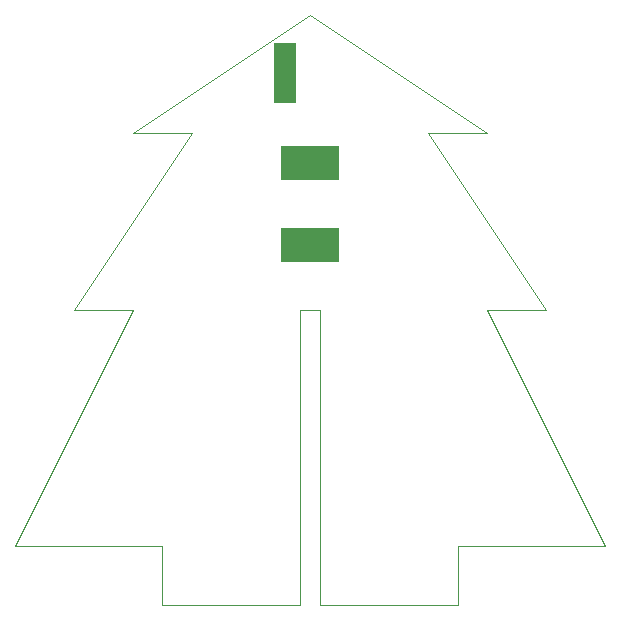
<source format=gbp>
G75*
G70*
%OFA0B0*%
%FSLAX24Y24*%
%IPPOS*%
%LPD*%
%AMOC8*
5,1,8,0,0,1.08239X$1,22.5*
%
%ADD10C,0.0000*%
%ADD11R,0.1969X0.1181*%
%ADD12R,0.0750X0.2000*%
D10*
X000111Y002079D02*
X004048Y009953D01*
X002079Y009953D01*
X006016Y015859D01*
X004048Y015859D01*
X009953Y019796D01*
X015859Y015859D01*
X013890Y015859D01*
X017827Y009953D01*
X015859Y009953D01*
X019796Y002079D01*
X014890Y002079D01*
X014890Y000111D01*
X010288Y000111D01*
X010288Y009953D01*
X009619Y009953D01*
X009619Y000111D01*
X005016Y000111D01*
X005016Y002079D01*
X000111Y002079D01*
D11*
X009953Y012111D03*
X009953Y014861D03*
D12*
X009111Y017861D03*
M02*

</source>
